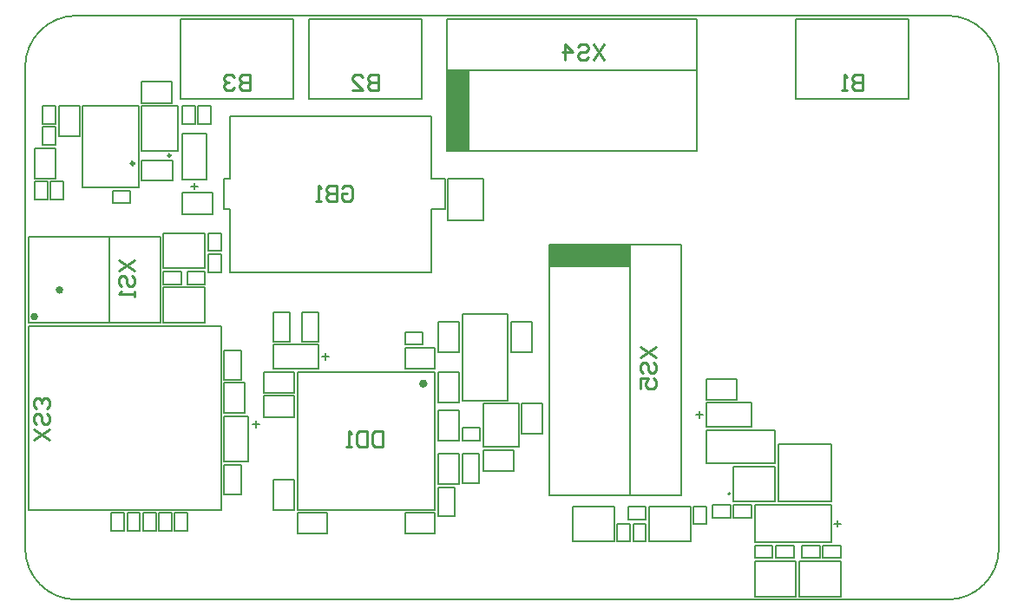
<source format=gbo>
G04 Layer_Color=32896*
%FSLAX44Y44*%
%MOMM*%
G71*
G01*
G75*
%ADD12C,0.2000*%
%ADD14C,0.3000*%
%ADD16C,0.4000*%
%ADD60C,0.1500*%
%ADD61C,0.2540*%
%ADD104C,0.2500*%
%ADD105R,2.2000X7.9000*%
%ADD106R,7.9000X2.2000*%
D12*
X687750Y103250D02*
G03*
X687750Y103250I-1000J0D01*
G01*
X664500Y165250D02*
X731500D01*
X664500Y133250D02*
Y165250D01*
Y133250D02*
X731500D01*
Y165250D01*
D14*
X106096Y425750D02*
G03*
X106096Y425750I-1346J0D01*
G01*
D16*
X390500Y210750D02*
G03*
X390500Y210750I-2000J0D01*
G01*
D60*
X950000Y519750D02*
G03*
X899750Y570000I-50250J0D01*
G01*
X900000Y0D02*
G03*
X950000Y50000I-0J50000D01*
G01*
X0D02*
G03*
X50000Y0I50000J0D01*
G01*
Y570000D02*
G03*
X0Y520000I0J-50000D01*
G01*
X34059Y302250D02*
G03*
X34059Y302250I-559J0D01*
G01*
X35101D02*
G03*
X35101Y302250I-1601J0D01*
G01*
X36350D02*
G03*
X36350Y302250I-2850J0D01*
G01*
X11850Y276191D02*
G03*
X11850Y276191I-2850J0D01*
G01*
X10601D02*
G03*
X10601Y276191I-1601J0D01*
G01*
X9559D02*
G03*
X9559Y276191I-559J0D01*
G01*
X50000Y570000D02*
X899750D01*
X950000Y50000D02*
Y519750D01*
X50000Y0D02*
X900000D01*
X0Y50000D02*
Y520000D01*
X411250Y516753D02*
Y566750D01*
X655500D01*
X655500Y516753D02*
Y566750D01*
X590250Y102000D02*
X640247D01*
X640247Y102000D02*
Y346250D01*
X590250D02*
X640247D01*
X82000Y354250D02*
X132000D01*
X82000Y270250D02*
X132000D01*
Y354250D01*
X751500Y488500D02*
X862250D01*
X751500D02*
Y566750D01*
X862250D01*
Y488500D02*
Y566750D01*
X276500Y488500D02*
X387250D01*
X276500D02*
Y566750D01*
X387250D01*
Y488500D02*
Y566750D01*
X151250Y488500D02*
X262000D01*
X151250D02*
Y566750D01*
X262000D01*
Y488500D02*
Y566750D01*
X9250Y440750D02*
X29750D01*
X9250Y411250D02*
Y440750D01*
Y411250D02*
X29750D01*
Y435250D01*
Y440750D01*
X32750Y452250D02*
X53250D01*
Y481750D01*
X32750D02*
X53250D01*
X32750Y457750D02*
Y481750D01*
Y452250D02*
Y457750D01*
X153250Y410000D02*
X176750D01*
X153250D02*
Y454500D01*
X176750D01*
Y410000D02*
Y454500D01*
X153250Y376500D02*
Y397000D01*
Y376500D02*
X182750D01*
Y397000D01*
X158750D02*
X182750D01*
X153250D02*
X158750D01*
X113750Y484750D02*
Y505250D01*
Y484750D02*
X143250D01*
Y505250D01*
X119250D02*
X143250D01*
X113750D02*
X119250D01*
X711750Y92500D02*
X786250D01*
X711750Y56000D02*
Y92500D01*
Y56000D02*
X786250D01*
Y92500D01*
X664500Y168500D02*
Y192000D01*
X709000D01*
Y168500D02*
Y192000D01*
X664500Y168500D02*
X709000D01*
X664500Y195000D02*
Y215500D01*
Y195000D02*
X694000D01*
Y215500D01*
X670000D02*
X694000D01*
X664500D02*
X670000D01*
X194000Y179000D02*
X217500D01*
Y134500D02*
Y179000D01*
X194000Y134500D02*
X217500D01*
X194000D02*
Y179000D01*
X194000Y182000D02*
X214500D01*
Y211500D01*
X194000D02*
X214500D01*
X194000Y187500D02*
Y211500D01*
Y182000D02*
Y187500D01*
X484500Y191500D02*
X505000D01*
X484500Y162000D02*
Y191500D01*
Y162000D02*
X505000D01*
Y186000D01*
Y191500D01*
X295000Y64250D02*
Y84750D01*
X265500D02*
X295000D01*
X265500Y64250D02*
Y84750D01*
Y64250D02*
X289500D01*
X295000D01*
X447000Y125500D02*
Y146000D01*
Y125500D02*
X476500D01*
Y146000D01*
X452500D02*
X476500D01*
X447000D02*
X452500D01*
X262500Y178250D02*
Y198750D01*
X233000D02*
X262500D01*
X233000Y178250D02*
Y198750D01*
Y178250D02*
X257000D01*
X262500D01*
X403000Y185000D02*
X423500D01*
X403000Y155500D02*
Y185000D01*
Y155500D02*
X423500D01*
Y179500D01*
Y185000D01*
X403000Y271000D02*
X423500D01*
X403000Y241500D02*
Y271000D01*
Y241500D02*
X423500D01*
Y265500D01*
Y271000D01*
X474000D02*
X494500D01*
X474000Y241500D02*
Y271000D01*
Y241500D02*
X494500D01*
Y265500D01*
Y271000D01*
X403000Y192750D02*
X423500D01*
Y222250D01*
X403000D02*
X423500D01*
X403000Y198250D02*
Y222250D01*
Y192750D02*
Y198250D01*
X286500Y225250D02*
Y248750D01*
X242000Y225250D02*
X286500D01*
X242000D02*
Y248750D01*
X286500D01*
X242000Y87750D02*
X262500D01*
Y117250D01*
X242000D02*
X262500D01*
X242000Y93250D02*
Y117250D01*
Y87750D02*
Y93250D01*
X262500Y201750D02*
Y222250D01*
X233000D02*
X262500D01*
X233000Y201750D02*
Y222250D01*
Y201750D02*
X257000D01*
X262500D01*
X370500Y225250D02*
Y245750D01*
Y225250D02*
X400000D01*
Y245750D01*
X376000D02*
X400000D01*
X370500D02*
X376000D01*
X370500Y64250D02*
Y84750D01*
Y64250D02*
X400000D01*
Y84750D01*
X376000D02*
X400000D01*
X370500D02*
X376000D01*
X403000Y112750D02*
X423500D01*
Y142250D01*
X403000D02*
X423500D01*
X403000Y118250D02*
Y142250D01*
Y112750D02*
Y118250D01*
X447250Y400750D02*
Y410500D01*
X412750D02*
X447250D01*
X412750Y370000D02*
Y410500D01*
Y370000D02*
X447250D01*
Y398000D01*
Y400750D01*
X56250Y402250D02*
X110750D01*
X56250D02*
Y422500D01*
Y481750D02*
X101000D01*
X110750Y415000D02*
Y481750D01*
X56250Y422500D02*
Y481750D01*
X110750Y412750D02*
Y415000D01*
Y402250D02*
Y410250D01*
Y412750D01*
X101000Y481750D02*
X110750D01*
X113750Y438250D02*
X148750D01*
X113750D02*
Y455000D01*
Y481750D02*
X148750D01*
X113750Y459000D02*
Y481750D01*
Y455000D02*
Y459000D01*
X148750Y438250D02*
Y481750D01*
X691250Y130000D02*
X700500D01*
X691250Y129500D02*
Y130000D01*
Y95500D02*
Y129500D01*
Y95500D02*
X731750D01*
Y130000D01*
X705250D02*
X731750D01*
X700500D02*
X705250D01*
X400000Y136500D02*
Y165000D01*
Y222250D01*
X366500D02*
X400000D01*
X265500D02*
X366500D01*
X265500Y185750D02*
Y222250D01*
Y87750D02*
Y185750D01*
Y87750D02*
X312000D01*
X400000D01*
Y136500D01*
X396647Y410500D02*
Y471750D01*
X200147D02*
X396647D01*
X200147Y410500D02*
Y471750D01*
X194147Y410500D02*
X200147D01*
X194147Y381000D02*
Y410500D01*
Y381000D02*
X200147D01*
Y319750D02*
Y381000D01*
Y319750D02*
X396647D01*
Y381000D01*
X409647D01*
Y410500D01*
X396647D02*
X409647D01*
X113750Y409250D02*
Y428750D01*
Y409250D02*
X144250D01*
Y428750D01*
X113750Y428750D02*
X144250Y428750D01*
X270000Y251750D02*
X286500D01*
X270000D02*
Y280250D01*
X286500D01*
Y251750D02*
Y280250D01*
X734750Y152000D02*
X786250D01*
Y95500D02*
Y152000D01*
X734750Y95500D02*
Y152000D01*
Y95500D02*
X741500D01*
X786250D01*
X194000Y214500D02*
X210500D01*
X194000D02*
Y243000D01*
X210500D01*
Y214500D02*
Y243000D01*
X194000Y131500D02*
X210500D01*
Y103000D02*
Y131500D01*
X194000Y103000D02*
X210500D01*
X194000D02*
Y131500D01*
X403000Y109750D02*
X419500D01*
Y81250D02*
Y109750D01*
X403000Y81250D02*
X419500D01*
X403000D02*
Y109750D01*
X242000Y251750D02*
X258500D01*
X242000D02*
Y280250D01*
X258500D01*
Y251750D02*
Y280250D01*
X426500Y142250D02*
X443000D01*
Y113750D02*
Y142250D01*
X426500Y113750D02*
X443000D01*
X426500D02*
Y142250D01*
X29750Y464250D02*
Y481750D01*
X17250D02*
X29750D01*
X17250Y464250D02*
Y481750D01*
Y464250D02*
X29750D01*
Y443750D02*
Y461250D01*
X17250D02*
X29750D01*
X17250Y443750D02*
Y461250D01*
Y443750D02*
X29750D01*
X9250Y390750D02*
Y408250D01*
Y390750D02*
X21750D01*
Y408250D01*
X9250D02*
X21750D01*
X37250Y390750D02*
Y408250D01*
X24750D02*
X37250D01*
X24750Y390750D02*
Y408250D01*
Y390750D02*
X37250D01*
X85250Y399250D02*
X102750D01*
X85250Y386750D02*
Y399250D01*
Y386750D02*
X102750D01*
Y399250D01*
X135000Y320250D02*
X152500D01*
X135000Y307750D02*
Y320250D01*
Y307750D02*
X152500D01*
Y320250D01*
X191000Y340250D02*
Y357750D01*
X178500D02*
X191000D01*
X178500Y340250D02*
Y357750D01*
Y340250D02*
X191000D01*
X158000Y320250D02*
X175500D01*
X158000Y307750D02*
Y320250D01*
Y307750D02*
X175500D01*
Y320250D01*
X191000Y319750D02*
Y337250D01*
X178500D02*
X191000D01*
X178500Y319750D02*
Y337250D01*
Y319750D02*
X191000D01*
X168750Y464250D02*
Y481750D01*
Y464250D02*
X181250D01*
Y481750D01*
X168750D02*
X181250D01*
X153250Y464250D02*
Y481750D01*
Y464250D02*
X165750D01*
Y481750D01*
X153250D02*
X165750D01*
X711750Y53000D02*
X729250D01*
X711750Y40500D02*
Y53000D01*
Y40500D02*
X729250D01*
Y53000D01*
X732250D02*
X749750D01*
X732250Y40500D02*
Y53000D01*
Y40500D02*
X749750D01*
Y53000D01*
X778250Y40500D02*
X795750D01*
Y53000D01*
X778250D02*
X795750D01*
X778250Y40500D02*
Y53000D01*
X670750Y92500D02*
X688250D01*
X670750Y80000D02*
Y92500D01*
Y80000D02*
X688250D01*
Y92500D01*
X757750Y40500D02*
X775250D01*
Y53000D01*
X757750D02*
X775250D01*
X757750Y40500D02*
Y53000D01*
X691250Y92500D02*
X708750D01*
X691250Y80000D02*
Y92500D01*
Y80000D02*
X708750D01*
Y92500D01*
X112000Y67250D02*
Y84750D01*
X99500D02*
X112000D01*
X99500Y67250D02*
Y84750D01*
Y67250D02*
X112000D01*
X96500D02*
Y84750D01*
X84000D02*
X96500D01*
X84000Y67250D02*
Y84750D01*
Y67250D02*
X96500D01*
X158500D02*
Y84750D01*
X146000D02*
X158500D01*
X146000Y67250D02*
Y84750D01*
Y67250D02*
X158500D01*
X143000D02*
Y84750D01*
X130500D02*
X143000D01*
X130500Y67250D02*
Y84750D01*
Y67250D02*
X143000D01*
X127500D02*
Y84750D01*
X115000D02*
X127500D01*
X115000Y67250D02*
Y84750D01*
Y67250D02*
X127500D01*
X426500Y168000D02*
X444000D01*
X426500Y155500D02*
Y168000D01*
Y155500D02*
X444000D01*
Y168000D01*
X370500Y261250D02*
X388000D01*
X370500Y248750D02*
Y261250D01*
Y248750D02*
X388000D01*
Y261250D01*
X577750Y56500D02*
Y74000D01*
Y56500D02*
X590250D01*
Y74000D01*
X577750D02*
X590250D01*
X593250Y56500D02*
Y74000D01*
Y56500D02*
X605750D01*
Y74000D01*
X593250D02*
X605750D01*
X588250Y91000D02*
X605750D01*
X588250Y78500D02*
Y91000D01*
Y78500D02*
X605750D01*
Y91000D01*
X664750Y73500D02*
Y91000D01*
X652250D02*
X664750D01*
X652250Y73500D02*
Y91000D01*
Y73500D02*
X664750D01*
X135000Y304750D02*
X144750D01*
X135000Y270250D02*
Y304750D01*
Y270250D02*
X175500D01*
Y304750D01*
X147500D02*
X175500D01*
X144750D02*
X147500D01*
X165750Y323250D02*
X175500D01*
Y357750D01*
X135000D02*
X175500D01*
X135000Y323250D02*
Y357750D01*
Y323250D02*
X163000D01*
X165750D01*
X711750Y37500D02*
X721500D01*
X711750Y3000D02*
Y37500D01*
Y3000D02*
X752250D01*
Y37500D01*
X724250D02*
X752250D01*
X721500D02*
X724250D01*
X786000Y3000D02*
X795750D01*
Y37500D01*
X755250D02*
X795750D01*
X755250Y3000D02*
Y37500D01*
Y3000D02*
X783250D01*
X786000D01*
X565000Y56500D02*
X574750D01*
Y91000D01*
X534250D02*
X574750D01*
X534250Y56500D02*
Y91000D01*
Y56500D02*
X562250D01*
X565000D01*
X639500D02*
X649250D01*
Y91000D01*
X608750D02*
X649250D01*
X608750Y56500D02*
Y91000D01*
Y56500D02*
X636750D01*
X639500D01*
X3000Y270250D02*
X36750D01*
X82000D01*
Y354250D01*
X3000D02*
X82000D01*
X3000Y270250D02*
Y354250D01*
X142500Y267250D02*
X147250D01*
X3000D02*
X142500D01*
X3000Y87750D02*
Y267250D01*
Y87750D02*
X191000D01*
Y267250D01*
X147250D02*
X191000D01*
X655500Y437752D02*
Y516502D01*
X411250D02*
X655500D01*
X411250Y437752D02*
Y516502D01*
Y437752D02*
X655500D01*
X511500Y102000D02*
X590250D01*
Y346250D01*
X511500D02*
X590250D01*
X511500Y102000D02*
Y346250D01*
X447000Y160500D02*
Y191500D01*
X481500D01*
Y149000D02*
Y191500D01*
X447000Y149000D02*
X481500D01*
X447000D02*
Y160500D01*
X426500Y279000D02*
X471000D01*
Y194500D02*
Y279000D01*
X426500Y194500D02*
X471000D01*
X426500D02*
Y279000D01*
X164998Y400250D02*
Y406914D01*
X168331Y403582D02*
X161666D01*
X796000Y74248D02*
X789335D01*
X792668Y77581D02*
Y70916D01*
X654750Y180252D02*
X661414D01*
X658082Y176919D02*
Y183584D01*
X225002Y174750D02*
Y168085D01*
X221669Y171418D02*
X228334D01*
X296250Y236998D02*
X289585D01*
X292918Y240331D02*
Y233666D01*
D61*
X817000Y512235D02*
Y497000D01*
X809382D01*
X806843Y499539D01*
Y502078D01*
X809382Y504618D01*
X817000D01*
X809382D01*
X806843Y507157D01*
Y509696D01*
X809382Y512235D01*
X817000D01*
X801765Y497000D02*
X796687D01*
X799226D01*
Y512235D01*
X801765Y509696D01*
X344500Y512235D02*
Y497000D01*
X336883D01*
X334343Y499539D01*
Y502078D01*
X336883Y504618D01*
X344500D01*
X336883D01*
X334343Y507157D01*
Y509696D01*
X336883Y512235D01*
X344500D01*
X319108Y497000D02*
X329265D01*
X319108Y507157D01*
Y509696D01*
X321647Y512235D01*
X326726D01*
X329265Y509696D01*
X219000Y512235D02*
Y497000D01*
X211383D01*
X208843Y499539D01*
Y502078D01*
X211383Y504618D01*
X219000D01*
X211383D01*
X208843Y507157D01*
Y509696D01*
X211383Y512235D01*
X219000D01*
X203765Y509696D02*
X201226Y512235D01*
X196147D01*
X193608Y509696D01*
Y507157D01*
X196147Y504618D01*
X198687D01*
X196147D01*
X193608Y502078D01*
Y499539D01*
X196147Y497000D01*
X201226D01*
X203765Y499539D01*
X309241Y401446D02*
X311780Y403985D01*
X316858D01*
X319397Y401446D01*
Y391289D01*
X316858Y388750D01*
X311780D01*
X309241Y391289D01*
Y396367D01*
X314319D01*
X304162Y403985D02*
Y388750D01*
X296545D01*
X294006Y391289D01*
Y393828D01*
X296545Y396367D01*
X304162D01*
X296545D01*
X294006Y398907D01*
Y401446D01*
X296545Y403985D01*
X304162D01*
X288927Y388750D02*
X283849D01*
X286388D01*
Y403985D01*
X288927Y401446D01*
X91765Y331500D02*
X107000Y321343D01*
X91765D02*
X107000Y331500D01*
X94304Y306108D02*
X91765Y308647D01*
Y313726D01*
X94304Y316265D01*
X96843D01*
X99382Y313726D01*
Y308647D01*
X101922Y306108D01*
X104461D01*
X107000Y308647D01*
Y313726D01*
X104461Y316265D01*
X107000Y301030D02*
Y295951D01*
Y298491D01*
X91765D01*
X94304Y301030D01*
X565000Y542235D02*
X554843Y527000D01*
Y542235D02*
X565000Y527000D01*
X539608Y539696D02*
X542147Y542235D01*
X547226D01*
X549765Y539696D01*
Y537157D01*
X547226Y534618D01*
X542147D01*
X539608Y532078D01*
Y529539D01*
X542147Y527000D01*
X547226D01*
X549765Y529539D01*
X526912Y527000D02*
Y542235D01*
X534530Y534618D01*
X524373D01*
X600265Y246500D02*
X615500Y236343D01*
X600265D02*
X615500Y246500D01*
X602804Y221108D02*
X600265Y223647D01*
Y228726D01*
X602804Y231265D01*
X605343D01*
X607882Y228726D01*
Y223647D01*
X610422Y221108D01*
X612961D01*
X615500Y223647D01*
Y228726D01*
X612961Y231265D01*
X600265Y205873D02*
Y216030D01*
X607882D01*
X605343Y210951D01*
Y208412D01*
X607882Y205873D01*
X612961D01*
X615500Y208412D01*
Y213491D01*
X612961Y216030D01*
X23985Y156000D02*
X8750Y166157D01*
X23985D02*
X8750Y156000D01*
X21446Y181392D02*
X23985Y178853D01*
Y173774D01*
X21446Y171235D01*
X18907D01*
X16367Y173774D01*
Y178853D01*
X13828Y181392D01*
X11289D01*
X8750Y178853D01*
Y173774D01*
X11289Y171235D01*
X21446Y186470D02*
X23985Y189009D01*
Y194088D01*
X21446Y196627D01*
X18907D01*
X16367Y194088D01*
Y191549D01*
Y194088D01*
X13828Y196627D01*
X11289D01*
X8750Y194088D01*
Y189009D01*
X11289Y186470D01*
X348500Y164235D02*
Y149000D01*
X340882D01*
X338343Y151539D01*
Y161696D01*
X340882Y164235D01*
X348500D01*
X333265D02*
Y149000D01*
X325647D01*
X323108Y151539D01*
Y161696D01*
X325647Y164235D01*
X333265D01*
X318030Y149000D02*
X312952D01*
X315491D01*
Y164235D01*
X318030Y161696D01*
D104*
X142000Y433500D02*
G03*
X142000Y433500I-1250J0D01*
G01*
D105*
X422250Y477253D02*
D03*
D106*
X551000Y335250D02*
D03*
M02*

</source>
